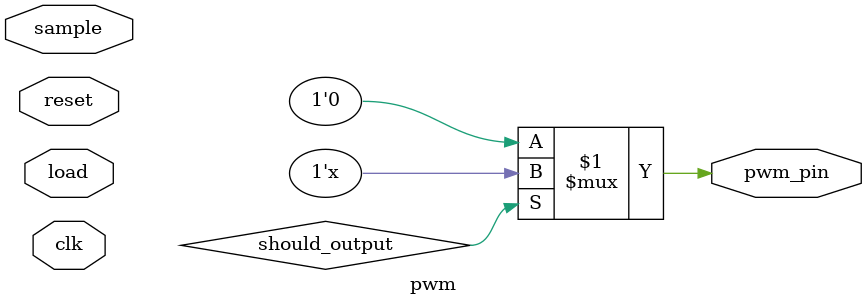
<source format=sv>
module pwm(
    input logic clk, reset,
    // Load control signal, if this is high we should load a new sample
    input logic load,
    // The audio sample to play back
    input logic [15:0] sample,
    // The audio output pin
    output wire pwm_pin
);

// What I imagine is that the counter here can be incremented each clock.
// If the counter value is less than or equal to the value in the sample buffer
// then you should turn on the PWM output. Otherwise if the counter is greater
// than the value in the sample buffer the output will be off.
//
// This means that for small sample values the output will be enabled for only
// short periods of time, exactly what we want.
logic [15:0] pulse_counter;

// A buffer to hold the sample in. Every clock cycle you should check load
// to see if you should pull the sample off the bus and store it in here.
logic [15:0] sample_buffer;

// A control signal for driving the PWM high or low. This gets translated into
// either a 'z or a '0 later as the PWM requires.
logic should_output;

// NOTE: tristating the pwm pin with a 'z will output a 1
//       sending a 0 will pull the pin to 0 as usual
assign pwm_pin = should_output ? 'z : '0;


endmodule

</source>
